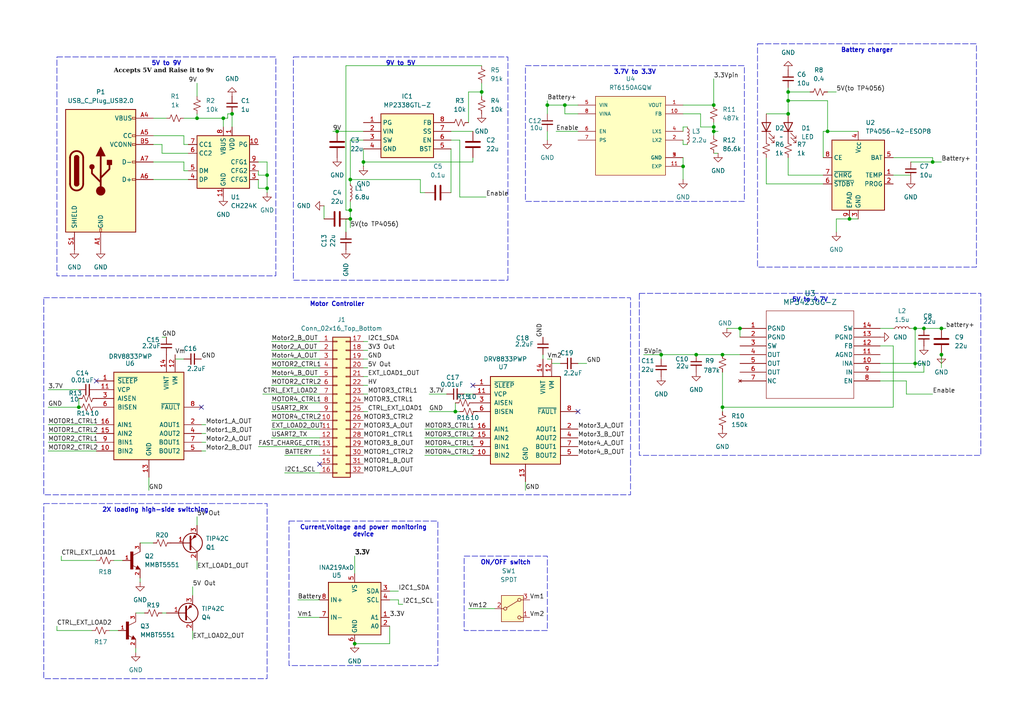
<source format=kicad_sch>
(kicad_sch (version 20250114) (generator "eeschema") (generator_version "9.0")
  (paper "A4")
  (text_box "Battery charger" (at 219.71 12.7 0) (size 63.5 64.77) (margins 0.9525 0.9525 0.9525 0.9525) (stroke (width 0) (type dash)) (effects (font (size 1.27 1.27) (thickness 0.254) (bold yes)) (justify top)))
  (text_box "5V to 9V" (at 16.51 16.51 0) (size 63.5 63.5) (margins 0.9525 0.9525 0.9525 0.9525) (stroke (width 0) (type dash)) (effects (font (size 1.27 1.27) (thickness 0.254) (bold yes)) (justify top)))
  (text_box "Motor Controller\n" (at 12.7 86.36 0) (size 170.18 57.15) (margins 0.9525 0.9525 0.9525 0.9525) (stroke (width 0) (type dash)) (effects (font (size 1.27 1.27) (thickness 0.254) (bold yes)) (justify top)))
  (text_box "ON/OFF switch" (at 134.62 161.29 0) (size 24.13 21.59) (margins 0.9525 0.9525 0.9525 0.9525) (stroke (width 0) (type dash)) (effects (font (size 1.27 1.27) (thickness 0.254) (bold yes)) (justify top)))
  (text_box "Current,Voltage and power monitoring device" (at 83.82 151.13 0) (size 43.18 41.91) (margins 0.9525 0.9525 0.9525 0.9525) (stroke (width 0) (type dash)) (effects (font (size 1.27 1.27) (thickness 0.254) (bold yes)) (justify top)))
  (text_box "3.7V to 3.3V\n" (at 152.4 19.05 0) (size 63.5 39.37) (margins 0.9525 0.9525 0.9525 0.9525) (stroke (width 0) (type dash)) (effects (font (size 1.27 1.27) (thickness 0.254) (bold yes)) (justify top)))
  (text_box "5V to 4.7V\n" (at 185.42 85.09 0) (size 99.06 46.99) (margins 0.9525 0.9525 0.9525 0.9525) (stroke (width 0) (type dash)) (effects (font (size 1.27 1.27) (thickness 0.254) (bold yes)) (justify top)))
  (text_box "9V to 5V\n" (at 85.09 16.51 0) (size 62.23 64.77) (margins 0.9525 0.9525 0.9525 0.9525) (stroke (width 0) (type dash)) (effects (font (size 1.27 1.27) (thickness 0.254) (bold yes)) (justify top)))
  (text_box "2X loading high-side switching " (at 12.7 146.05 0) (size 64.77 50.8) (margins 0.9525 0.9525 0.9525 0.9525) (stroke (width 0) (type dash)) (effects (font (size 1.27 1.27) (thickness 0.254) (bold yes)) (justify top)))
  (junction (at 102.87 186.69))
  (junction (at 105.41 46.99))
  (junction (at 101.6 63.5))
  (junction (at 64.77 34.29))
  (junction (at 270.51 46.99))
  (junction (at 207.01 30.48))
  (junction (at 158.75 30.48))
  (junction (at 273.05 95.25))
  (junction (at 228.6 33.02))
  (junction (at 101.6 52.07))
  (junction (at 101.6 60.96))
  (junction (at 22.86 118.11))
  (junction (at 198.12 48.26))
  (junction (at 77.47 50.8))
  (junction (at 273.05 102.87))
  (junction (at 132.08 119.38))
  (junction (at 97.79 38.1))
  (junction (at 67.31 33.02))
  (junction (at 139.7 26.67))
  (junction (at 265.43 95.25))
  (junction (at 209.55 118.11))
  (junction (at 265.43 105.41))
  (junction (at 240.03 38.1))
  (junction (at 207.01 36.83))
  (junction (at 57.15 34.29))
  (junction (at 246.38 63.5))
  (junction (at 228.6 26.67))
  (junction (at 228.6 29.21))
  (junction (at 267.97 95.25))
  (junction (at 214.63 95.25))
  (junction (at 209.55 102.87))
  (junction (at 77.47 54.61))
  (junction (at 191.77 102.87))
  (junction (at 201.93 102.87))
  (junction (at 207.01 38.1))
  (junction (at 163.83 30.48))
  (no_connect (at 137.16 111.76))
  (no_connect (at 167.64 119.38))
  (no_connect (at 92.71 134.62))
  (no_connect (at 58.42 118.11))
  (no_connect (at 27.94 110.49))
  (wire (pts (xy 207.01 36.83) (xy 207.01 38.1)))
  (wire (pts (xy 228.6 29.21) (xy 228.6 33.02)))
  (wire (pts (xy 198.12 30.48) (xy 207.01 30.48)))
  (wire (pts (xy 74.93 46.99) (xy 77.47 46.99)))
  (wire (pts (xy 209.55 107.95) (xy 209.55 118.11)))
  (wire (pts (xy 167.64 105.41) (xy 170.18 105.41)))
  (wire (pts (xy 105.41 46.99) (xy 137.16 46.99)))
  (wire (pts (xy 100.33 67.31) (xy 100.33 63.5)))
  (wire (pts (xy 17.78 161.29) (xy 17.78 162.56)))
  (wire (pts (xy 123.19 127) (xy 137.16 127)))
  (wire (pts (xy 259.08 100.33) (xy 259.08 118.11)))
  (wire (pts (xy 191.77 102.87) (xy 201.93 102.87)))
  (wire (pts (xy 242.57 63.5) (xy 246.38 63.5)))
  (wire (pts (xy 116.84 175.26) (xy 115.57 175.26)))
  (wire (pts (xy 106.68 99.06) (xy 105.41 99.06)))
  (wire (pts (xy 59.69 130.81) (xy 58.42 130.81)))
  (wire (pts (xy 101.6 40.64) (xy 101.6 52.07)))
  (wire (pts (xy 46.99 97.79) (xy 48.26 97.79)))
  (wire (pts (xy 33.02 162.56) (xy 35.56 162.56)))
  (wire (pts (xy 78.74 121.92) (xy 92.71 121.92)))
  (wire (pts (xy 78.74 104.14) (xy 92.71 104.14)))
  (wire (pts (xy 106.68 104.14) (xy 105.41 104.14)))
  (wire (pts (xy 270.51 46.99) (xy 264.16 46.99)))
  (wire (pts (xy 238.76 50.8) (xy 228.6 50.8)))
  (wire (pts (xy 133.35 40.64) (xy 133.35 57.15)))
  (wire (pts (xy 16.51 182.88) (xy 26.67 182.88)))
  (wire (pts (xy 209.55 102.87) (xy 214.63 102.87)))
  (wire (pts (xy 64.77 36.83) (xy 64.77 34.29)))
  (wire (pts (xy 101.6 63.5) (xy 101.6 66.04)))
  (wire (pts (xy 40.64 168.91) (xy 40.64 167.64)))
  (wire (pts (xy 248.92 38.1) (xy 240.03 38.1)))
  (wire (pts (xy 228.6 25.4) (xy 228.6 26.67)))
  (wire (pts (xy 13.97 128.27) (xy 27.94 128.27)))
  (wire (pts (xy 130.81 40.64) (xy 133.35 40.64)))
  (wire (pts (xy 207.01 22.86) (xy 207.01 30.48)))
  (wire (pts (xy 100.33 19.05) (xy 100.33 60.96)))
  (wire (pts (xy 96.52 38.1) (xy 97.79 38.1)))
  (wire (pts (xy 44.45 39.37) (xy 53.34 39.37)))
  (wire (pts (xy 64.77 34.29) (xy 57.15 34.29)))
  (wire (pts (xy 59.69 123.19) (xy 58.42 123.19)))
  (wire (pts (xy 267.97 95.25) (xy 273.05 95.25)))
  (wire (pts (xy 265.43 106.68) (xy 265.43 105.41)))
  (wire (pts (xy 101.6 60.96) (xy 101.6 63.5)))
  (wire (pts (xy 74.93 50.8) (xy 77.47 50.8)))
  (wire (pts (xy 39.37 189.23) (xy 39.37 187.96)))
  (wire (pts (xy 53.34 49.53) (xy 54.61 49.53)))
  (wire (pts (xy 152.4 142.24) (xy 152.4 139.7)))
  (wire (pts (xy 158.75 104.14) (xy 160.02 104.14)))
  (wire (pts (xy 53.34 41.91) (xy 54.61 41.91)))
  (wire (pts (xy 57.15 34.29) (xy 57.15 33.02)))
  (wire (pts (xy 228.6 45.72) (xy 228.6 50.8)))
  (wire (pts (xy 255.27 107.95) (xy 267.97 107.95)))
  (wire (pts (xy 53.34 39.37) (xy 53.34 41.91)))
  (wire (pts (xy 222.25 33.02) (xy 228.6 33.02)))
  (wire (pts (xy 209.55 118.11) (xy 209.55 119.38)))
  (wire (pts (xy 97.79 38.1) (xy 105.41 38.1)))
  (wire (pts (xy 255.27 100.33) (xy 259.08 100.33)))
  (wire (pts (xy 106.68 106.68) (xy 105.41 106.68)))
  (wire (pts (xy 198.12 40.64) (xy 198.12 41.91)))
  (wire (pts (xy 158.75 30.48) (xy 163.83 30.48)))
  (wire (pts (xy 214.63 95.25) (xy 214.63 97.79)))
  (wire (pts (xy 207.01 38.1) (xy 207.01 39.37)))
  (wire (pts (xy 267.97 105.41) (xy 267.97 107.95)))
  (wire (pts (xy 240.03 26.67) (xy 242.57 26.67)))
  (wire (pts (xy 135.89 176.53) (xy 143.51 176.53)))
  (wire (pts (xy 265.43 95.25) (xy 265.43 105.41)))
  (wire (pts (xy 262.89 110.49) (xy 255.27 110.49)))
  (wire (pts (xy 157.48 102.87) (xy 157.48 104.14)))
  (wire (pts (xy 86.36 173.99) (xy 92.71 173.99)))
  (wire (pts (xy 273.05 102.87) (xy 273.05 106.68)))
  (wire (pts (xy 53.34 46.99) (xy 53.34 49.53)))
  (wire (pts (xy 234.95 26.67) (xy 228.6 26.67)))
  (wire (pts (xy 93.98 63.5) (xy 93.98 59.69)))
  (wire (pts (xy 78.74 127) (xy 92.71 127)))
  (wire (pts (xy 242.57 67.31) (xy 242.57 63.5)))
  (wire (pts (xy 262.89 114.3) (xy 262.89 110.49)))
  (wire (pts (xy 67.31 36.83) (xy 67.31 33.02)))
  (wire (pts (xy 270.51 46.99) (xy 270.51 45.72)))
  (wire (pts (xy 198.12 36.83) (xy 198.12 38.1)))
  (wire (pts (xy 57.15 165.1) (xy 57.15 162.56)))
  (wire (pts (xy 264.16 95.25) (xy 265.43 95.25)))
  (wire (pts (xy 135.89 35.56) (xy 135.89 26.67)))
  (wire (pts (xy 105.41 40.64) (xy 101.6 40.64)))
  (wire (pts (xy 163.83 30.48) (xy 167.64 30.48)))
  (wire (pts (xy 74.93 49.53) (xy 74.93 50.8)))
  (wire (pts (xy 76.2 114.3) (xy 92.71 114.3)))
  (wire (pts (xy 16.51 181.61) (xy 16.51 182.88)))
  (wire (pts (xy 158.75 29.21) (xy 158.75 30.48)))
  (wire (pts (xy 198.12 33.02) (xy 203.2 33.02)))
  (wire (pts (xy 207.01 35.56) (xy 207.01 36.83)))
  (wire (pts (xy 130.81 43.18) (xy 130.81 55.88)))
  (wire (pts (xy 115.57 171.45) (xy 113.03 171.45)))
  (wire (pts (xy 203.2 33.02) (xy 203.2 36.83)))
  (wire (pts (xy 240.03 38.1) (xy 240.03 29.21)))
  (wire (pts (xy 59.69 125.73) (xy 58.42 125.73)))
  (wire (pts (xy 13.97 130.81) (xy 27.94 130.81)))
  (wire (pts (xy 238.76 45.72) (xy 238.76 38.1)))
  (wire (pts (xy 191.77 104.14) (xy 191.77 102.87)))
  (wire (pts (xy 210.82 95.25) (xy 214.63 95.25)))
  (wire (pts (xy 43.18 138.43) (xy 43.18 142.24)))
  (wire (pts (xy 105.41 43.18) (xy 105.41 46.99)))
  (wire (pts (xy 121.92 52.07) (xy 101.6 52.07)))
  (wire (pts (xy 123.19 55.88) (xy 121.92 55.88)))
  (wire (pts (xy 101.6 52.07) (xy 101.6 53.34)))
  (wire (pts (xy 255.27 105.41) (xy 265.43 105.41)))
  (wire (pts (xy 123.19 132.08) (xy 137.16 132.08)))
  (wire (pts (xy 123.19 129.54) (xy 137.16 129.54)))
  (wire (pts (xy 113.03 181.61) (xy 113.03 186.69)))
  (wire (pts (xy 106.68 119.38) (xy 105.41 119.38)))
  (wire (pts (xy 139.7 24.13) (xy 139.7 26.67)))
  (wire (pts (xy 78.74 124.46) (xy 92.71 124.46)))
  (wire (pts (xy 270.51 114.3) (xy 262.89 114.3)))
  (wire (pts (xy 106.68 111.76) (xy 105.41 111.76)))
  (wire (pts (xy 102.87 161.29) (xy 102.87 166.37)))
  (wire (pts (xy 44.45 34.29) (xy 48.26 34.29)))
  (wire (pts (xy 132.08 116.84) (xy 132.08 119.38)))
  (wire (pts (xy 238.76 53.34) (xy 222.25 53.34)))
  (wire (pts (xy 44.45 46.99) (xy 53.34 46.99)))
  (wire (pts (xy 265.43 105.41) (xy 267.97 105.41)))
  (wire (pts (xy 46.99 44.45) (xy 46.99 41.91)))
  (wire (pts (xy 198.12 52.07) (xy 198.12 48.26)))
  (wire (pts (xy 105.41 46.99) (xy 105.41 48.26)))
  (wire (pts (xy 199.39 36.83) (xy 198.12 36.83)))
  (wire (pts (xy 203.2 36.83) (xy 207.01 36.83)))
  (wire (pts (xy 106.68 109.22) (xy 105.41 109.22)))
  (wire (pts (xy 66.04 34.29) (xy 64.77 34.29)))
  (wire (pts (xy 134.62 114.3) (xy 137.16 114.3)))
  (wire (pts (xy 54.61 44.45) (xy 46.99 44.45)))
  (wire (pts (xy 265.43 95.25) (xy 267.97 95.25)))
  (wire (pts (xy 17.78 162.56) (xy 27.94 162.56)))
  (wire (pts (xy 121.92 55.88) (xy 121.92 52.07)))
  (wire (pts (xy 199.39 41.91) (xy 198.12 41.91)))
  (wire (pts (xy 240.03 29.21) (xy 228.6 29.21)))
  (wire (pts (xy 138.43 119.38) (xy 137.16 119.38)))
  (wire (pts (xy 78.74 119.38) (xy 92.71 119.38)))
  (wire (pts (xy 167.64 33.02) (xy 163.83 33.02)))
  (wire (pts (xy 77.47 46.99) (xy 77.47 50.8)))
  (wire (pts (xy 106.68 101.6) (xy 105.41 101.6)))
  (wire (pts (xy 270.51 45.72) (xy 259.08 45.72)))
  (wire (pts (xy 100.33 63.5) (xy 101.6 63.5)))
  (wire (pts (xy 130.81 38.1) (xy 137.16 38.1)))
  (wire (pts (xy 78.74 116.84) (xy 92.71 116.84)))
  (wire (pts (xy 13.97 123.19) (xy 27.94 123.19)))
  (wire (pts (xy 74.93 52.07) (xy 74.93 54.61)))
  (wire (pts (xy 31.75 182.88) (xy 34.29 182.88)))
  (wire (pts (xy 74.93 54.61) (xy 77.47 54.61)))
  (wire (pts (xy 238.76 38.1) (xy 240.03 38.1)))
  (wire (pts (xy 78.74 99.06) (xy 92.71 99.06)))
  (wire (pts (xy 78.74 106.68) (xy 92.71 106.68)))
  (wire (pts (xy 158.75 33.02) (xy 158.75 30.48)))
  (wire (pts (xy 57.15 24.13) (xy 57.15 27.94)))
  (wire (pts (xy 86.36 179.07) (xy 92.71 179.07)))
  (wire (pts (xy 137.16 45.72) (xy 137.16 46.99)))
  (wire (pts (xy 133.35 57.15) (xy 140.97 57.15)))
  (wire (pts (xy 207.01 44.45) (xy 208.28 44.45)))
  (wire (pts (xy 77.47 55.88) (xy 77.47 54.61)))
  (wire (pts (xy 77.47 50.8) (xy 77.47 54.61)))
  (wire (pts (xy 186.69 102.87) (xy 191.77 102.87)))
  (wire (pts (xy 123.19 124.46) (xy 137.16 124.46)))
  (wire (pts (xy 55.88 185.42) (xy 55.88 182.88)))
  (wire (pts (xy 50.8 104.14) (xy 53.34 104.14)))
  (wire (pts (xy 78.74 111.76) (xy 92.71 111.76)))
  (wire (pts (xy 163.83 30.48) (xy 163.83 33.02)))
  (wire (pts (xy 270.51 46.99) (xy 273.05 46.99)))
  (wire (pts (xy 198.12 48.26) (xy 198.12 45.72)))
  (wire (pts (xy 273.05 95.25) (xy 274.32 95.25)))
  (wire (pts (xy 40.64 157.48) (xy 44.45 157.48)))
  (wire (pts (xy 259.08 118.11) (xy 209.55 118.11)))
  (wire (pts (xy 59.69 128.27) (xy 58.42 128.27)))
  (wire (pts (xy 124.46 119.38) (xy 132.08 119.38)))
  (wire (pts (xy 115.57 173.99) (xy 113.03 173.99)))
  (wire (pts (xy 78.74 109.22) (xy 92.71 109.22)))
  (wire (pts (xy 158.75 38.1) (xy 158.75 40.64)))
  (wire (pts (xy 102.87 186.69) (xy 113.03 186.69)))
  (wire (pts (xy 78.74 101.6) (xy 92.71 101.6)))
  (wire (pts (xy 201.93 102.87) (xy 209.55 102.87)))
  (wire (pts (xy 66.04 33.02) (xy 67.31 33.02)))
  (wire (pts (xy 139.7 26.67) (xy 139.7 27.94)))
  (wire (pts (xy 82.55 137.16) (xy 92.71 137.16)))
  (wire (pts (xy 248.92 63.5) (xy 246.38 63.5)))
  (wire (pts (xy 255.27 95.25) (xy 259.08 95.25)))
  (wire (pts (xy 74.93 129.54) (xy 92.71 129.54)))
  (wire (pts (xy 133.35 119.38) (xy 132.08 119.38)))
  (wire (pts (xy 66.04 33.02) (xy 66.04 34.29)))
  (wire (pts (xy 13.97 118.11) (xy 22.86 118.11)))
  (wire (pts (xy 100.33 60.96) (xy 101.6 60.96)))
  (wire (pts (xy 13.97 113.03) (xy 22.86 113.03)))
  (wire (pts (xy 13.97 125.73) (xy 27.94 125.73)))
  (wire (pts (xy 57.15 149.86) (xy 57.15 152.4)))
  (wire (pts (xy 44.45 52.07) (xy 54.61 52.07)))
  (wire (pts (xy 101.6 58.42) (xy 101.6 60.96)))
  (wire (pts (xy 55.88 170.18) (xy 55.88 172.72)))
  (wire (pts (xy 135.89 26.67) (xy 139.7 26.67)))
  (wire (pts (xy 100.33 19.05) (xy 139.7 19.05)))
  (wire (pts (xy 44.45 41.91) (xy 46.99 41.91)))
  (wire (pts (xy 115.57 175.26) (xy 115.57 173.99)))
  (wire (pts (xy 22.86 115.57) (xy 22.86 118.11)))
  (wire (pts (xy 39.37 177.8) (xy 41.91 177.8)))
  (wire (pts (xy 57.15 34.29) (xy 53.34 34.29)))
  (wire (pts (xy 207.01 38.1) (xy 208.28 38.1)))
  (wire (pts (xy 161.29 38.1) (xy 167.64 38.1)))
  (wire (pts (xy 48.26 177.8) (xy 46.99 177.8)))
  (wire (pts (xy 160.02 105.41) (xy 162.56 105.41)))
  (wire (pts (xy 106.68 114.3) (xy 105.41 114.3)))
  (wire (pts (xy 228.6 26.67) (xy 228.6 29.21)))
  (wire (pts (xy 124.46 114.3) (xy 129.54 114.3)))
  (wire (pts (xy 222.25 45.72) (xy 222.25 53.34)))
  (wire (pts (xy 82.55 132.08) (xy 92.71 132.08)))
  (wire (pts (xy 259.08 50.8) (xy 264.16 50.8)))
  (label "Enable" (at 270.51 114.3 0))
  (label "Motor3_B_OUT" (at 167.64 127 0))
  (label "Accepts 5V and Raise it to 9v" (at 33.02 21.59 0) (effects (font (bold yes))))
  (label "Motor4_B_OUT" (at 167.64 132.08 0))
  (label "5V Out" (at 106.68 106.68 0))
  (label "3.3V" (at 113.03 179.07 0) (effects (font (thickness 0.1588))))
  (label "EXT_LOAD2_OUT" (at 55.88 185.42 0))
  (label "GND" (at 46.99 97.79 0))
  (label "CTRL_EXT_LOAD2" (at 76.2 114.3 0))
  (label "MOTOR2_CTRL2" (at 78.74 111.76 0))
  (label "MOTOR4_CTRL2" (at 123.19 132.08 0))
  (label "MOTOR3_B_OUT" (at 105.41 129.54 0))
  (label "MOTOR2_CTRL1" (at 78.74 106.68 0))
  (label "CTRL_EXT_LOAD1" (at 106.68 119.38 0))
  (label "Motor2_B_OUT" (at 59.69 130.81 0))
  (label "Battery+" (at 273.05 46.99 0))
  (label "MOTOR3_CTRL1" (at 123.19 124.46 0))
  (label "I2C1_SCL" (at 82.55 137.16 0))
  (label "Vm1" (at 153.67 173.99 0))
  (label "3V3 Out" (at 106.68 101.6 0))
  (label "FAST_CHARGE_CTRL" (at 74.93 129.54 0))
  (label "GND" (at 152.4 142.24 0))
  (label "USART2_RX" (at 78.74 119.38 0))
  (label "MOTOR1_A_OUT" (at 105.41 137.16 0))
  (label "Motor2_B_OUT" (at 78.74 99.06 0))
  (label "Motor3_A_OUT" (at 167.64 124.46 0))
  (label "Motor2_A_OUT" (at 59.69 128.27 0))
  (label "Vm" (at 50.8 102.87 0))
  (label "5V(to TP4056)" (at 242.57 26.67 0))
  (label "I2C1_SCL" (at 116.84 175.26 0))
  (label "MOTOR1_CTRL2" (at 105.41 132.08 0))
  (label "USART2_TX" (at 78.74 127 0))
  (label "Vm12" (at 135.89 176.53 0))
  (label "Enable" (at 161.29 38.1 0))
  (label "MOTOR1_CTRL2" (at 13.97 125.73 0))
  (label "5Vpin" (at 186.69 102.87 0))
  (label "9V" (at 96.52 38.1 0))
  (label "CTRL_EXT_LOAD2" (at 16.51 181.61 0))
  (label "MOTOR4_CTRL1" (at 123.19 129.54 0))
  (label "Motor1_B_OUT" (at 59.69 125.73 0))
  (label "Motor2_A_OUT" (at 78.74 101.6 0))
  (label "GND" (at 124.46 119.38 0))
  (label "Battery" (at 86.36 173.99 0) (effects (font (thickness 0.1588))))
  (label "Battery+" (at 158.75 29.21 0))
  (label "MOTOR2_CTRL2" (at 13.97 130.81 0))
  (label "EXT_LOAD1_OUT" (at 106.68 109.22 0))
  (label "MOTOR3_CTRL1" (at 105.41 116.84 0))
  (label "I2C1_SDA" (at 115.57 171.45 0))
  (label "3.7V" (at 124.46 114.3 0))
  (label "MOTOR3_A_OUT" (at 105.41 124.46 0))
  (label "EXT_LOAD2_OUT" (at 78.74 124.46 0))
  (label "Motor4_B_OUT" (at 78.74 109.22 0))
  (label "Motor1_A_OUT" (at 59.69 123.19 0))
  (label "GND" (at 170.18 105.41 0))
  (label "MOTOR4_CTRL1" (at 78.74 116.84 0))
  (label "Motor4_A_OUT" (at 167.64 129.54 0))
  (label "HV" (at 106.68 111.76 0))
  (label "3.3Vpin" (at 207.01 22.86 0))
  (label "Vm2" (at 153.67 179.07 0))
  (label "5V(to TP4056)" (at 101.6 66.04 0))
  (label "5V Out" (at 57.15 149.86 0))
  (label "MOTOR3_CTRL2" (at 105.41 121.92 0))
  (label "Enable" (at 140.97 57.15 0))
  (label "Vm2" (at 158.75 104.14 0))
  (label "3.7V" (at 13.97 113.03 0))
  (label "MOTOR2_CTRL1" (at 13.97 128.27 0))
  (label "Vm1" (at 86.36 179.07 0))
  (label "GND" (at 43.18 142.24 0))
  (label "GND" (at 58.42 104.14 0))
  (label "GND" (at 106.68 104.14 0))
  (label "GND" (at 13.97 118.11 0))
  (label "MOTOR3_CTRL2" (at 123.19 127 0))
  (label "MOTOR3_CTRL1" (at 106.68 114.3 0))
  (label "CTRL_EXT_LOAD1" (at 17.78 161.29 0))
  (label "5V Out" (at 55.88 170.18 0))
  (label "EXT_LOAD1_OUT" (at 57.15 165.1 0))
  (label "MOTOR4_CTRL2" (at 78.74 121.92 0))
  (label "9V" (at 57.15 24.13 180))
  (label "battery+" (at 274.32 95.25 0))
  (label "GND" (at 157.48 97.79 90))
  (label "MOTOR1_CTRL1" (at 105.41 127 0))
  (label "I2C1_SDA" (at 106.68 99.06 0))
  (label "3.3V" (at 102.87 161.29 0) (effects (font (bold yes))))
  (label "BATTERY" (at 82.55 132.08 0))
  (label "MOTOR1_CTRL1" (at 13.97 123.19 0))
  (label "MOTOR1_B_OUT" (at 105.41 134.62 0))
  (label "Motor4_A_OUT" (at 78.74 104.14 0))
  (symbol (lib_id "Device:C_Small") (at 67.31 30.48 0) (unit 1)
    (property "Reference" "C1" (at 69.85 29.2162 0) (effects (justify left)))
    (property "Value" "1u" (at 69.85 31.7562 0) (effects (justify left)))
    (property "Description" "Unpolarized capacitor, small symbol" (effects (hide yes)))
  )
  (symbol (lib_id "Battery_Management:TP4056-42-ESOP8") (at 248.92 50.8 0) (unit 1)
    (property "Reference" "U2" (at 251.0633 35.56 0) (effects (justify left)))
    (property "Value" "TP4056-42-ESOP8" (at 251.0633 38.1 0) (effects (justify left)))
    (property "Footprint" "Package_SO:SOIC-8-1EP_3.9x4.9mm_P1.27mm_EP2.41x3.3mm_ThermalVias" (effects (hide yes)))
    (property "Datasheet" "https://www.lcsc.com/datasheet/lcsc_datasheet_2410121619_TOPPOWER-Nanjing-Extension-Microelectronics-TP4056-42-ESOP8_C16581.pdf" (effects (hide yes)))
    (property "Description" "1A Standalone Linear Li-ion/LiPo single-cell battery charger, 4.2V ±1% charge voltage, VCC = 4.0..8.0V, SOIC-8 (SOP-8)" (effects (hide yes)))
  )
  (symbol (lib_id "MMBT5551:MMBT5551") (at 36.83 182.88 0) (unit 1)
    (property "Reference" "Q3" (at 40.64 181.6099 0) (effects (justify left)))
    (property "Value" "MMBT5551" (at 40.64 184.1499 0) (effects (justify left)))
    (property "Footprint" "MMBT5551:SOT23-3" (effects (hide yes)))
    (property "DigiKey_Part_Number" "2156-MMBT5551-ND" (effects (hide yes)))
    (property "SnapEDA_Link" "https://www.snapeda.com/parts/MMBT5551/Fairchild+Imaging/view-part/?ref=snap" (effects (hide yes)))
    (property "Description_1" "This device is designed for general purpose high voltage amplifiers and gas discharge display drivers." (effects (hide yes)))
    (property "Package" "SOT-23-3 Fairchild Semiconductor" (effects (hide yes)))
    (property "BASIC_PART" "YES" (effects (hide yes)))
    (property "MF" "Fairchild Semiconductor" (effects (hide yes)))
    (property "MP" "MMBT5551" (effects (hide yes)))
    (property "Check_prices" "https://www.snapeda.com/parts/MMBT5551/Fairchild+Imaging/view-part/?ref=eda" (effects (hide yes)))
  )
  (symbol (lib_id "Device:C_Small") (at 165.1 105.41 90) (unit 1)
    (property "Reference" "C19" (at 166.37 102.362 90) (effects (justify left)))
    (property "Value" "2.2uF" (at 168.91 108.204 90) (effects (justify left)))
    (property "Description" "Unpolarized capacitor, small symbol" (effects (hide yes)))
  )
  (symbol (lib_id "Device:C") (at 137.16 41.91 0) (unit 1)
    (property "Reference" "C2" (at 140.97 40.6399 0) (effects (justify left)))
    (property "Value" "22u" (at 140.97 43.1799 0) (effects (justify left)))
    (property "Description" "Unpolarized capacitor" (effects (hide yes)))
  )
  (symbol (lib_id "Device:C_Small") (at 158.75 35.56 0) (unit 1)
    (property "Reference" "C12" (at 153.162 35.052 0) (effects (justify left)))
    (property "Value" "10u" (at 153.67 37.084 0) (effects (justify left)))
    (property "Description" "Unpolarized capacitor, small symbol" (effects (hide yes)))
  )
  (symbol (lib_id "Interface_USB:CH224K") (at 64.77 46.99 0) (unit 1)
    (property "Reference" "U1" (at 66.9133 57.15 0) (effects (justify left)))
    (property "Value" "CH224K" (at 66.9133 59.69 0) (effects (justify left)))
    (property "Footprint" "Package_SO:SSOP-10-1EP_3.9x4.9mm_P1mm_EP2.1x3.3mm" (effects (hide yes)))
    (property "Datasheet" "https://www.wch.cn/downloads/file/301.html" (effects (hide yes)))
    (property "Description" "100W USB Type-C PD3.0/2.0, BC1.2 Sink Controller, SSOP-10" (effects (hide yes)))
  )
  (symbol (lib_id "power:GND") (at 242.57 67.31 0) (unit 1)
    (property "Reference" "#PWR011" (effects (hide yes)))
    (property "Value" "GND" (at 242.57 72.39 0))
    (property "Description" "Power symbol creates a global label with name \"GND\" , ground" (effects (hide yes)))
  )
  (symbol (lib_id "Device:C_Small") (at 100.33 69.85 180) (unit 1)
    (property "Reference" "C13" (at 93.98 69.8437 90))
    (property "Value" "22u" (at 96.52 69.8437 90))
    (property "Description" "Unpolarized capacitor, small symbol" (effects (hide yes)))
  )
  (symbol (lib_id "Device:R_Small_US") (at 46.99 157.48 90) (unit 1)
    (property "Reference" "R20" (at 46.99 155.194 90))
    (property "Value" "R_Small_US" (effects (hide yes)))
    (property "Description" "Resistor, small US symbol" (effects (hide yes)))
  )
  (symbol (lib_id "Device:R_Small_US") (at 222.25 43.18 0) (unit 1)
    (property "Reference" "R6" (at 224.79 41.9099 0) (effects (justify left)))
    (property "Value" "1k" (at 224.79 44.4499 0) (effects (justify left)))
    (property "Description" "Resistor, small US symbol" (effects (hide yes)))
  )
  (symbol (lib_id "power:GND") (at 209.55 124.46 0) (unit 1)
    (property "Reference" "#PWR018" (effects (hide yes)))
    (property "Value" "GND" (at 209.55 129.54 0))
    (property "Description" "Power symbol creates a global label with name \"GND\" , ground" (effects (hide yes)))
  )
  (symbol (lib_id "power:GND") (at 67.31 27.94 180) (unit 1)
    (property "Reference" "#PWR02" (effects (hide yes)))
    (property "Value" "GND" (at 67.31 22.86 0))
    (property "Description" "Power symbol creates a global label with name \"GND\" , ground" (effects (hide yes)))
  )
  (symbol (lib_id "power:GND") (at 273.05 102.87 0) (unit 1)
    (property "Reference" "#PWR015" (effects (hide yes)))
    (property "Value" "GND" (at 273.05 107.95 0))
    (property "Description" "Power symbol creates a global label with name \"GND\" , ground" (effects (hide yes)))
  )
  (symbol (lib_id "Device:C") (at 97.79 41.91 0) (unit 1)
    (property "Reference" "C3" (at 101.6 40.6399 0) (effects (justify left)))
    (property "Value" "22u" (at 101.6 43.1799 0) (effects (justify left)))
    (property "Description" "Unpolarized capacitor" (effects (hide yes)))
  )
  (symbol (lib_id "Sensor_Energy:INA219AxD") (at 102.87 176.53 0) (unit 1)
    (property "Reference" "U5" (at 96.266 166.878 0) (effects (justify left)))
    (property "Value" "INA219AxD" (at 92.456 164.592 0) (effects (justify left)))
    (property "Footprint" "Package_SO:SOIC-8_3.9x4.9mm_P1.27mm" (effects (hide yes)))
    (property "Datasheet" "http://www.ti.com/lit/ds/symlink/ina219.pdf" (effects (hide yes)))
    (property "Description" "Zero-Drift, Bidirectional Current/Power Monitor (0-26V) With I2C Interface, SOIC-8" (effects (hide yes)))
  )
  (symbol (lib_id "Device:R_Small_US") (at 209.55 121.92 0) (unit 1)
    (property "Reference" "R10" (at 212.09 120.6499 0) (effects (justify left)))
    (property "Value" "150k" (at 212.09 123.1899 0) (effects (justify left)))
    (property "Description" "Resistor, small US symbol" (effects (hide yes)))
  )
  (symbol (lib_id "power:GND") (at 228.6 20.32 180) (unit 1)
    (property "Reference" "#PWR012" (effects (hide yes)))
    (property "Value" "GND" (at 228.6 15.24 0))
    (property "Description" "Power symbol creates a global label with name \"GND\" , ground" (effects (hide yes)))
  )
  (symbol (lib_id "power:GND") (at 255.27 97.79 90) (unit 1)
    (property "Reference" "#PWR017" (effects (hide yes)))
    (property "Value" "GND" (at 259.08 97.7899 90) (effects (justify right)))
    (property "Description" "Power symbol creates a global label with name \"GND\" , ground" (effects (hide yes)))
  )
  (symbol (lib_id "power:GND") (at 21.59 72.39 0) (unit 1)
    (property "Reference" "#PWR04" (effects (hide yes)))
    (property "Value" "GND" (at 21.59 77.47 0))
    (property "Description" "Power symbol creates a global label with name \"GND\" , ground" (effects (hide yes)))
  )
  (symbol (lib_id "power:GND") (at 29.21 72.39 0) (unit 1)
    (property "Reference" "#PWR03" (effects (hide yes)))
    (property "Value" "GND" (at 29.21 77.47 0))
    (property "Description" "Power symbol creates a global label with name \"GND\" , ground" (effects (hide yes)))
  )
  (symbol (lib_id "power:GND") (at 210.82 95.25 0) (unit 1)
    (property "Reference" "#PWR016" (effects (hide yes)))
    (property "Value" "GND" (at 212.344 93.726 0) (effects (justify right)))
    (property "Description" "Power symbol creates a global label with name \"GND\" , ground" (effects (hide yes)))
  )
  (symbol (lib_id "Device:C_Small") (at 201.93 105.41 0) (unit 1)
    (property "Reference" "C10" (at 195.834 104.14 0) (effects (justify left)))
    (property "Value" "22u" (at 196.088 106.172 0) (effects (justify left)))
    (property "Description" "Unpolarized capacitor, small symbol" (effects (hide yes)))
  )
  (symbol (lib_id "power:GND") (at 97.79 45.72 0) (unit 1)
    (property "Reference" "#PWR07" (effects (hide yes)))
    (property "Value" "GND" (at 97.79 50.8 0))
    (property "Description" "Power symbol creates a global label with name \"GND\" , ground" (effects (hide yes)))
  )
  (symbol (lib_id "Device:L_Small") (at 101.6 55.88 0) (unit 1)
    (property "Reference" "L1" (at 102.87 54.6099 0) (effects (justify left)))
    (property "Value" "6.8u" (at 102.87 57.1499 0) (effects (justify left)))
    (property "Description" "Inductor, small symbol" (effects (hide yes)))
  )
  (symbol (lib_id "Device:C_Small") (at 157.48 100.33 0) (unit 1)
    (property "Reference" "C18" (at 149.606 98.044 0) (effects (justify left)))
    (property "Value" "2.2uF" (at 149.352 99.822 0) (effects (justify left)))
    (property "Description" "Unpolarized capacitor, small symbol" (effects (hide yes)))
  )
  (symbol (lib_id "Device:R_Small_US") (at 134.62 116.84 90) (unit 1)
    (property "Reference" "R15" (at 134.366 115.062 90))
    (property "Value" "10" (at 136.906 115.062 90))
    (property "Description" "Resistor, small US symbol" (effects (hide yes)))
  )
  (symbol (lib_id "power:GND") (at 158.75 40.64 0) (unit 1)
    (property "Reference" "#PWR022" (effects (hide yes)))
    (property "Value" "GND" (at 158.75 45.72 0))
    (property "Description" "Power symbol creates a global label with name \"GND\" , ground" (effects (hide yes)))
  )
  (symbol (lib_id "power:GND") (at 77.47 55.88 0) (unit 1)
    (property "Reference" "#PWR01" (effects (hide yes)))
    (property "Value" "GND" (at 77.47 60.96 0))
    (property "Description" "Power symbol creates a global label with name \"GND\" , ground" (effects (hide yes)))
  )
  (symbol (lib_id "Device:R_Small_US") (at 25.4 118.11 90) (unit 1)
    (property "Reference" "R14" (at 24.13 119.888 90))
    (property "Value" "10" (at 27.432 119.888 90))
    (property "Description" "Resistor, small US symbol" (effects (hide yes)))
  )
  (symbol (lib_id "Device:R_Small_US") (at 44.45 177.8 90) (unit 1)
    (property "Reference" "R19" (at 44.45 175.514 90))
    (property "Value" "R_Small_US" (effects (hide yes)))
    (property "Description" "Resistor, small US symbol" (effects (hide yes)))
  )
  (symbol (lib_id "power:GND") (at 64.77 57.15 0) (unit 1)
    (property "Reference" "#PWR05" (effects (hide yes)))
    (property "Value" "GND" (at 64.77 62.23 0))
    (property "Description" "Power symbol creates a global label with name \"GND\" , ground" (effects (hide yes)))
  )
  (symbol (lib_id "Driver_Motor:DRV8833PWP") (at 43.18 120.65 0) (unit 1)
    (property "Reference" "U6" (at 36.322 105.41 0) (effects (justify left)))
    (property "Value" "DRV8833PWP" (at 31.496 103.378 0) (effects (justify left)))
    (property "Footprint" "Package_SO:HTSSOP-16-1EP_4.4x5mm_P0.65mm_EP3.4x5mm_Mask2.46x2.31mm_ThermalVias" (effects (hide yes)))
    (property "Datasheet" "http://www.ti.com/lit/ds/symlink/drv8833.pdf" (effects (hide yes)))
    (property "Description" "Dual H-Bridge Motor Driver, HTSSOP-16" (effects (hide yes)))
  )
  (symbol (lib_id "Device:C_Small") (at 267.97 97.79 0) (unit 1)
    (property "Reference" "C8" (at 267.716 91.694 0) (effects (justify left)))
    (property "Value" "22u" (at 267.716 93.218 0) (effects (justify left)))
    (property "Description" "Unpolarized capacitor, small symbol" (effects (hide yes)))
  )
  (symbol (lib_id "Device:C_Small") (at 25.4 113.03 90) (unit 1)
    (property "Reference" "C14" (at 23.876 108.204 90))
    (property "Value" "0.01uF" (at 23.876 110.236 90))
    (property "Description" "Unpolarized capacitor, small symbol" (effects (hide yes)))
  )
  (symbol (lib_id "MMBT5551:MMBT5551") (at 38.1 162.56 0) (unit 1)
    (property "Reference" "Q2" (at 41.91 161.2899 0) (effects (justify left)))
    (property "Value" "MMBT5551" (at 41.91 163.8299 0) (effects (justify left)))
    (property "Footprint" "MMBT5551:SOT23-3" (effects (hide yes)))
    (property "DigiKey_Part_Number" "2156-MMBT5551-ND" (effects (hide yes)))
    (property "SnapEDA_Link" "https://www.snapeda.com/parts/MMBT5551/Fairchild+Imaging/view-part/?ref=snap" (effects (hide yes)))
    (property "Description_1" "This device is designed for general purpose high voltage amplifiers and gas discharge display drivers." (effects (hide yes)))
    (property "Package" "SOT-23-3 Fairchild Semiconductor" (effects (hide yes)))
    (property "BASIC_PART" "YES" (effects (hide yes)))
    (property "MF" "Fairchild Semiconductor" (effects (hide yes)))
    (property "MP" "MMBT5551" (effects (hide yes)))
    (property "Check_prices" "https://www.snapeda.com/parts/MMBT5551/Fairchild+Imaging/view-part/?ref=eda" (effects (hide yes)))
  )
  (symbol (lib_id "power:GND") (at 267.97 100.33 0) (unit 1)
    (property "Reference" "#PWR014" (effects (hide yes)))
    (property "Value" "GND" (at 267.97 105.41 0))
    (property "Description" "Power symbol creates a global label with name \"GND\" , ground" (effects (hide yes)))
  )
  (symbol (lib_id "Switch:SW_Nidec_CAS-120A1") (at 148.59 176.53 0) (unit 1)
    (property "Reference" "SW1" (at 147.574 165.608 0))
    (property "Value" "SPDT" (at 147.574 168.148 0))
    (property "Footprint" "MyLibrary:NEWSWITCH" (effects (hide yes)))
    (property "Datasheet" "https://www.nidec-components.com/e/catalog/switch/cas.pdf" (effects (hide yes)))
    (property "Description" "Switch, single pole double throw" (effects (hide yes)))
  )
  (symbol (lib_id "Connector:USB_C_Plug_USB2.0") (at 29.21 49.53 0) (unit 1)
    (property "Reference" "P1" (at 29.21 26.67 0))
    (property "Value" "USB_C_Plug_USB2.0" (at 29.21 29.21 0))
    (property "Datasheet" "https://www.usb.org/sites/default/files/documents/usb_type-c.zip" (effects (hide yes)))
    (property "Description" "USB 2.0-only Type-C Plug connector" (effects (hide yes)))
  )
  (symbol (lib_id "RT6150AGQW:RT6150AGQW") (at 182.88 40.64 0) (unit 1)
    (property "Reference" "U4" (at 182.88 22.86 0))
    (property "Value" "RT6150AGQW" (at 182.88 25.4 0))
    (property "Footprint" "RT6150AGQW:SON50P300X300X80-11N" (effects (hide yes)))
    (property "B_NOM" "0.24" (effects (hide yes)))
    (property "Check_prices" "https://www.snapeda.com/parts/RT6150AGQW/Richtek/view-part/?ref=eda" (effects (hide yes)))
    (property "B_MAX" "0.3" (effects (hide yes)))
    (property "Description_1" "Buck-Boost Switching Regulator IC Positive Adjustable 1.8V 1 Output 800mA 10-WFDFN Exposed Pad" (effects (hide yes)))
    (property "Price" "None" (effects (hide yes)))
    (property "ENOM" "0.5" (effects (hide yes)))
    (property "D_NOM" "3.0" (effects (hide yes)))
    (property "D_MAX" "3.05" (effects (hide yes)))
    (property "L_MAX" "0.45" (effects (hide yes)))
    (property "A_MAX" "0.8" (effects (hide yes)))
    (property "Package" "WFDFN-10 Richtek" (effects (hide yes)))
    (property "E2_NOM" "1.625" (effects (hide yes)))
    (property "D2_NOM" "2.475" (effects (hide yes)))
    (property "SnapEDA_Link" "https://www.snapeda.com/parts/RT6150AGQW/Richtek/view-part/?ref=snap" (effects (hide yes)))
    (property "E_NOM" "3.0" (effects (hide yes)))
    (property "B_MIN" "0.18" (effects (hide yes)))
    (property "STANDARD" "IPC 7351B" (effects (hide yes)))
    (property "PIN_COUNT" "10.0" (effects (hide yes)))
    (property "L_NOM" "0.4" (effects (hide yes)))
    (property "MANUFACTURER" "Richtek" (effects (hide yes)))
    (property "MF" "Richtek USA" (effects (hide yes)))
    (property "MAXIMUM_PACKAGE_HEIGHT" "0.8mm" (effects (hide yes)))
    (property "E_MIN" "2.95" (effects (hide yes)))
    (property "D_MIN" "2.95" (effects (hide yes)))
    (property "MP" "RT6150AGQW" (effects (hide yes)))
    (property "L_MIN" "0.35" (effects (hide yes)))
    (property "Availability" "In Stock" (effects (hide yes)))
    (property "E_MAX" "3.05" (effects (hide yes)))
  )
  (symbol (lib_id "Device:LED") (at 228.6 36.83 90) (unit 1)
    (property "Reference" "D1" (at 232.41 37.1474 90) (effects (justify right)))
    (property "Value" "LED" (at 232.41 39.6874 90) (effects (justify right)))
    (property "Description" "Light emitting diode" (effects (hide yes)))
    (property "Sim.Pins" "1=K 2=A" (effects (hide yes)))
  )
  (symbol (lib_id "power:GND") (at 208.28 44.45 0) (unit 1)
    (property "Reference" "#PWR021" (effects (hide yes)))
    (property "Value" "GND" (at 208.28 49.53 0))
    (property "Description" "Power symbol creates a global label with name \"GND\" , ground" (effects (hide yes)))
  )
  (symbol (lib_id "Device:C_Small") (at 132.08 114.3 90) (unit 1)
    (property "Reference" "C17" (at 131.318 109.474 90))
    (property "Value" "0.01uF" (at 131.064 111.506 90))
    (property "Description" "Unpolarized capacitor, small symbol" (effects (hide yes)))
  )
  (symbol (lib_id "power:GND") (at 100.33 72.39 0) (unit 1)
    (property "Reference" "#PWR024" (effects (hide yes)))
    (property "Value" "GND" (at 100.3299 76.2 90) (effects (justify right)))
    (property "Description" "Power symbol creates a global label with name \"GND\" , ground" (effects (hide yes)))
  )
  (symbol (lib_id "Device:R_Small_US") (at 228.6 43.18 0) (unit 1)
    (property "Reference" "R7" (at 231.14 41.9099 0) (effects (justify left)))
    (property "Value" "1k" (at 231.14 44.4499 0) (effects (justify left)))
    (property "Description" "Resistor, small US symbol" (effects (hide yes)))
  )
  (symbol (lib_id "Device:R_Small_US") (at 139.7 21.59 0) (unit 1)
    (property "Reference" "R5" (at 142.24 20.3199 0) (effects (justify left)))
    (property "Value" "91k" (at 142.24 22.8599 0) (effects (justify left)))
    (property "Description" "Resistor, small US symbol" (effects (hide yes)))
  )
  (symbol (lib_id "Connector_Generic:Conn_02x16_Top_Bottom") (at 97.79 116.84 0) (unit 1)
    (property "Reference" "J1" (at 99.06 92.71 0))
    (property "Value" "Conn_02x16_Top_Bottom" (at 99.06 95.25 0))
    (property "Footprint" "Connector_PinHeader_2.54mm:PinHeader_2x16_P2.54mm_Vertical" (effects (hide yes)))
    (property "Description" "Generic connector, double row, 02x16, top/bottom pin numbering scheme (row 1: 1...pins_per_row, row2: pins_per_row+1 ... num_pins), script generated (kicad-library-utils/schlib/autogen/connector/)" (effects (hide yes)))
  )
  (symbol (lib_id "Device:R_Small_US") (at 30.48 162.56 90) (unit 1)
    (property "Reference" "R18" (at 30.48 165.862 90))
    (property "Value" "R_Small_US" (effects (hide yes)))
    (property "Description" "Resistor, small US symbol" (effects (hide yes)))
  )
  (symbol (lib_id "Device:R_Small_US") (at 207.01 41.91 0) (unit 1)
    (property "Reference" "R12" (at 209.55 40.6399 0) (effects (justify left)))
    (property "Value" "86.6k" (at 209.55 43.1799 0) (effects (justify left)))
    (property "Description" "Resistor, small US symbol" (effects (hide yes)))
  )
  (symbol (lib_id "Device:R_Small_US") (at 135.89 119.38 90) (unit 1)
    (property "Reference" "R16" (at 134.366 121.158 90))
    (property "Value" "10" (at 137.668 121.158 90))
    (property "Description" "Resistor, small US symbol" (effects (hide yes)))
  )
  (symbol (lib_id "Device:R_Small_US") (at 29.21 182.88 90) (unit 1)
    (property "Reference" "R17" (at 29.21 186.182 90))
    (property "Value" "R_Small_US" (effects (hide yes)))
    (property "Description" "Resistor, small US symbol" (effects (hide yes)))
  )
  (symbol (lib_id "Device:R_Small_US") (at 207.01 33.02 0) (unit 1)
    (property "Reference" "R11" (at 209.55 31.7499 0) (effects (justify left)))
    (property "Value" "487k" (at 209.55 34.2899 0) (effects (justify left)))
    (property "Description" "Resistor, small US symbol" (effects (hide yes)))
  )
  (symbol (lib_id "Device:R_Small_US") (at 209.55 105.41 180) (unit 1)
    (property "Reference" "R9" (at 204.47 104.648 0) (effects (justify right)))
    (property "Value" "787k" (at 203.962 107.442 0) (effects (justify right)))
    (property "Description" "Resistor, small US symbol" (effects (hide yes)))
  )
  (symbol (lib_id "power:GND") (at 39.37 189.23 0) (unit 1)
    (property "Reference" "#PWR010" (effects (hide yes)))
    (property "Value" "GND" (at 39.37 194.31 0))
    (property "Description" "Power symbol creates a global label with name \"GND\" , ground" (effects (hide yes)))
  )
  (symbol (lib_id "Transistor_BJT:TIP42C") (at 54.61 157.48 0) (mirror x) (unit 1)
    (property "Reference" "Q1" (at 59.69 158.7501 0) (effects (justify left)))
    (property "Value" "TIP42C" (at 59.69 156.2101 0) (effects (justify left)))
    (property "Footprint" "Package_TO_SOT_THT:TO-220-3_Vertical" (effects (hide yes)))
    (property "Datasheet" "https://www.centralsemi.com/get_document.php?cmp=1&mergetype=pd&mergepath=pd&pdf_id=TIP42.PDF" (effects (hide yes)))
    (property "Description" "-6A Ic, -100V Vce, Power PNP Transistor, TO-220" (effects (hide yes)))
  )
  (symbol (lib_id "power:GND") (at 105.41 48.26 0) (unit 1)
    (property "Reference" "#PWR06" (effects (hide yes)))
    (property "Value" "GND" (at 105.41 53.34 0))
    (property "Description" "Power symbol creates a global label with name \"GND\" , ground" (effects (hide yes)))
  )
  (symbol (lib_id "Device:C_Small") (at 55.88 104.14 90) (unit 1)
    (property "Reference" "C16" (at 57.15 101.092 90) (effects (justify left)))
    (property "Value" "2.2uF" (at 59.69 106.934 90) (effects (justify left)))
    (property "Description" "Unpolarized capacitor, small symbol" (effects (hide yes)))
  )
  (symbol (lib_id "power:GND") (at 191.77 109.22 0) (unit 1)
    (property "Reference" "#PWR019" (effects (hide yes)))
    (property "Value" "GND" (at 191.77 114.3 0))
    (property "Description" "Power symbol creates a global label with name \"GND\" , ground" (effects (hide yes)))
  )
  (symbol (lib_id "Device:R_Small_US") (at 50.8 34.29 90) (unit 1)
    (property "Reference" "R1" (at 50.8 27.94 90))
    (property "Value" "1k" (at 50.8 30.48 90))
    (property "Description" "Resistor, small US symbol" (effects (hide yes)))
  )
  (symbol (lib_id "Device:C_Small") (at 228.6 22.86 0) (unit 1)
    (property "Reference" "C6" (at 231.14 21.5962 0) (effects (justify left)))
    (property "Value" "10u" (at 231.14 24.1362 0) (effects (justify left)))
    (property "Description" "Unpolarized capacitor, small symbol" (effects (hide yes)))
  )
  (symbol (lib_id "2025-03-23_12-19-32:MP3423GG-Z") (at 214.63 95.25 0) (unit 1)
    (property "Reference" "U3" (at 234.95 85.09 0) (effects (font (size 1.524 1.524))))
    (property "Value" "MP3423GG-Z" (at 234.95 87.63 0) (effects (font (size 1.524 1.524))))
    (property "Footprint" "QFN14_MP3423_MNP" (effects (hide yes)))
    (property "Datasheet" "MP3423GG-Z" (effects (hide yes)))
  )
  (symbol (lib_id "Device:R_Small_US") (at 57.15 30.48 0) (unit 1)
    (property "Reference" "R2" (at 59.69 29.2099 0) (effects (justify left)))
    (property "Value" "10k" (at 59.69 31.7499 0) (effects (justify left)))
    (property "Description" "Resistor, small US symbol" (effects (hide yes)))
  )
  (symbol (lib_id "Device:R_Small_US") (at 133.35 35.56 90) (unit 1)
    (property "Reference" "R3" (at 133.35 29.21 90))
    (property "Value" "10k" (at 133.35 31.75 90))
    (property "Description" "Resistor, small US symbol" (effects (hide yes)))
  )
  (symbol (lib_id "power:GND") (at 139.7 33.02 0) (unit 1)
    (property "Reference" "#PWR08" (effects (hide yes)))
    (property "Value" "GND" (at 139.7 38.1 0))
    (property "Description" "Power symbol creates a global label with name \"GND\" , ground" (effects (hide yes)))
  )
  (symbol (lib_id "power:GND") (at 102.87 186.69 0) (unit 1)
    (property "Reference" "#PWR026" (effects (hide yes)))
    (property "Value" "GND" (at 102.87 191.77 0))
    (property "Description" "Power symbol creates a global label with name \"GND\" , ground" (effects (hide yes)))
  )
  (symbol (lib_id "power:GND") (at 264.16 52.07 0) (unit 1)
    (property "Reference" "#PWR013" (effects (hide yes)))
    (property "Value" "GND" (at 264.16 57.15 0))
    (property "Description" "Power symbol creates a global label with name \"GND\" , ground" (effects (hide yes)))
  )
  (symbol (lib_id "Device:C") (at 97.79 63.5 90) (unit 1)
    (property "Reference" "C4" (at 97.79 55.88 90))
    (property "Value" "22u" (at 97.79 58.42 90))
    (property "Description" "Unpolarized capacitor" (effects (hide yes)))
  )
  (symbol (lib_id "Device:C_Small") (at 264.16 49.53 0) (unit 1)
    (property "Reference" "C7" (at 266.7 48.2662 0) (effects (justify left)))
    (property "Value" "10u" (at 266.7 50.8062 0) (effects (justify left)))
    (property "Description" "Unpolarized capacitor, small symbol" (effects (hide yes)))
  )
  (symbol (lib_id "MP2338GTL-Z:MP2338GTL-Z") (at 105.41 35.56 0) (unit 1)
    (property "Reference" "IC1" (at 118.11 27.94 0))
    (property "Value" "MP2338GTL-Z" (at 118.11 30.48 0))
    (property "Footprint" "MP2338GTLZ" (effects (hide yes)))
    (property "Datasheet" "https://www.monolithicpower.com/en/documentview/productdocument/index/version/2/document_type/Datasheet/lang/en/sku/MP2338GTL/document_id/9461/" (effects (hide yes)))
    (property "Description" "Switching Voltage Regulators High-Efficiency,28V,3A,430kHz Synchronous Buck with PG and ext.SS In SOT583 Package" (effects (hide yes)))
    (property "Height" "0.6" (effects (hide yes)))
    (property "Mouser Part Number" "946-MP2338GTL-Z" (effects (hide yes)))
    (property "Mouser Price/Stock" "https://www.mouser.co.uk/ProductDetail/Monolithic-Power-Systems-MPS/MP2338GTL-Z?qs=Li%252BoUPsLEnuizxbD7Jo%252B7w%3D%3D" (effects (hide yes)))
    (property "Manufacturer_Name" "Monolithic Power Systems (MPS)" (effects (hide yes)))
    (property "Manufacturer_Part_Number" "MP2338GTL-Z" (effects (hide yes)))
  )
  (symbol (lib_id "power:GND") (at 198.12 52.07 0) (unit 1)
    (property "Reference" "#PWR023" (effects (hide yes)))
    (property "Value" "GND" (at 198.12 57.15 0))
    (property "Description" "Power symbol creates a global label with name \"GND\" , ground" (effects (hide yes)))
  )
  (symbol (lib_id "Device:C") (at 127 55.88 90) (unit 1)
    (property "Reference" "C5" (at 127 48.26 90))
    (property "Value" "0.1u" (at 127 50.8 90))
    (property "Description" "Unpolarized capacitor" (effects (hide yes)))
  )
  (symbol (lib_id "Device:C") (at 273.05 99.06 0) (unit 1)
    (property "Reference" "C9" (at 276.86 97.7899 0) (effects (justify left)))
    (property "Value" "22u" (at 276.86 100.3299 0) (effects (justify left)))
    (property "Description" "Unpolarized capacitor" (effects (hide yes)))
  )
  (symbol (lib_id "Device:L_Small") (at 261.62 95.25 90) (unit 1)
    (property "Reference" "L2" (at 261.62 90.17 90))
    (property "Value" "1.5u" (at 261.62 92.71 90))
    (property "Description" "Inductor, small symbol" (effects (hide yes)))
  )
  (symbol (lib_id "power:GND") (at 93.98 59.69 270) (unit 1)
    (property "Reference" "#PWR09" (effects (hide yes)))
    (property "Value" "GND" (at 90.17 59.6899 90) (effects (justify right)))
    (property "Description" "Power symbol creates a global label with name \"GND\" , ground" (effects (hide yes)))
  )
  (symbol (lib_id "Device:L_Small") (at 199.39 39.37 0) (unit 1)
    (property "Reference" "L3" (at 200.66 38.0999 0) (effects (justify left)))
    (property "Value" "2.2u" (at 200.66 40.6399 0) (effects (justify left)))
    (property "Description" "Inductor, small symbol" (effects (hide yes)))
  )
  (symbol (lib_id "Device:C_Small") (at 48.26 100.33 0) (unit 1)
    (property "Reference" "C15" (at 42.418 98.552 0) (effects (justify left)))
    (property "Value" "2.2uF" (at 41.148 100.33 0) (effects (justify left)))
    (property "Description" "Unpolarized capacitor, small symbol" (effects (hide yes)))
  )
  (symbol (lib_id "power:GND") (at 40.64 168.91 0) (unit 1)
    (property "Reference" "#PWR025" (effects (hide yes)))
    (property "Value" "GND" (at 40.64 173.99 0))
    (property "Description" "Power symbol creates a global label with name \"GND\" , ground" (effects (hide yes)))
  )
  (symbol (lib_id "Device:R_Small_US") (at 237.49 26.67 270) (unit 1)
    (property "Reference" "R8" (at 237.49 20.32 90))
    (property "Value" "0.4" (at 237.49 22.86 90))
    (property "Description" "Resistor, small US symbol" (effects (hide yes)))
  )
  (symbol (lib_id "power:GND") (at 201.93 107.95 0) (unit 1)
    (property "Reference" "#PWR020" (effects (hide yes)))
    (property "Value" "GND" (at 201.93 113.03 0))
    (property "Description" "Power symbol creates a global label with name \"GND\" , ground" (effects (hide yes)))
  )
  (symbol (lib_id "Device:LED") (at 222.25 36.83 90) (unit 1)
    (property "Reference" "D2" (at 224.79 37.1474 90) (effects (justify right)))
    (property "Value" "~" (at 226.06 39.6874 90) (effects (justify right)))
    (property "Description" "Light emitting diode" (effects (hide yes)))
    (property "Sim.Pins" "1=K 2=A" (effects (hide yes)))
  )
  (symbol (lib_id "Device:C_Small") (at 191.77 106.68 0) (unit 1)
    (property "Reference" "C11" (at 185.928 104.648 0) (effects (justify left)))
    (property "Value" "22u" (at 185.928 107.188 0) (effects (justify left)))
    (property "Description" "Unpolarized capacitor, small symbol" (effects (hide yes)))
  )
  (symbol (lib_id "Device:R_Small_US") (at 139.7 30.48 0) (unit 1)
    (property "Reference" "R4" (at 142.24 29.2099 0) (effects (justify left)))
    (property "Value" "10k" (at 142.24 31.7499 0) (effects (justify left)))
    (property "Description" "Resistor, small US symbol" (effects (hide yes)))
  )
  (symbol (lib_id "Driver_Motor:DRV8833PWP") (at 152.4 121.92 0) (unit 1)
    (property "Reference" "U7" (at 144.526 106.426 0) (effects (justify left)))
    (property "Value" "DRV8833PWP" (at 140.208 104.14 0) (effects (justify left)))
    (property "Footprint" "Package_SO:HTSSOP-16-1EP_4.4x5mm_P0.65mm_EP3.4x5mm_Mask2.46x2.31mm_ThermalVias" (effects (hide yes)))
    (property "Datasheet" "http://www.ti.com/lit/ds/symlink/drv8833.pdf" (effects (hide yes)))
    (property "Description" "Dual H-Bridge Motor Driver, HTSSOP-16" (effects (hide yes)))
  )
  (symbol (lib_id "Device:R_Small_US") (at 25.4 115.57 90) (unit 1)
    (property "Reference" "R13" (at 21.844 114.046 90))
    (property "Value" "10" (at 21.59 115.824 90))
    (property "Description" "Resistor, small US symbol" (effects (hide yes)))
  )
  (symbol (lib_id "Transistor_BJT:TIP42C") (at 53.34 177.8 0) (mirror x) (unit 1)
    (property "Reference" "Q4" (at 58.42 179.0701 0) (effects (justify left)))
    (property "Value" "TIP42C" (at 58.42 176.5301 0) (effects (justify left)))
    (property "Footprint" "Package_TO_SOT_THT:TO-220-3_Vertical" (effects (hide yes)))
    (property "Datasheet" "https://www.centralsemi.com/get_document.php?cmp=1&mergetype=pd&mergepath=pd&pdf_id=TIP42.PDF" (effects (hide yes)))
    (property "Description" "-6A Ic, -100V Vce, Power PNP Transistor, TO-220" (effects (hide yes)))
  )
)
</source>
